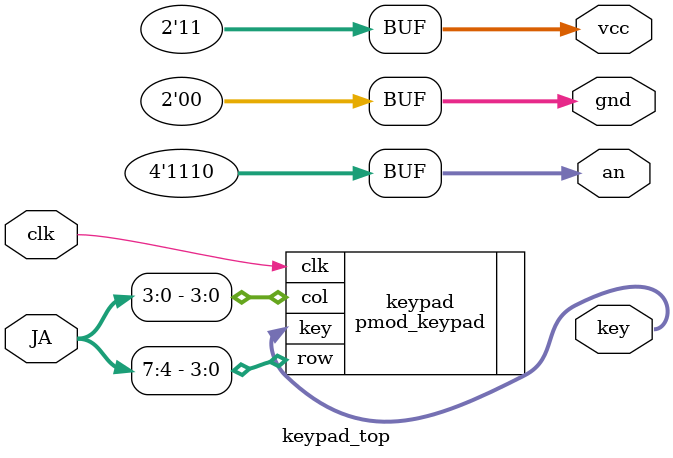
<source format=v>
module keypad_top(
    input clk,
    inout [7:0] JA,
	 output [1:0]gnd,  vcc,
    output [3:0] key,
	 
    output [3:0] an
    );

    assign an = 4'b1110;
	 assign gnd = 2'b00;
	 assign vcc = 2'b11;

    // instantiate the keypad circuit
    pmod_keypad keypad(
        .clk(clk), 
        .col(JA[3:0]), 
        .row(JA[7:4]), 
        .key(key)
    );

   

endmodule
</source>
